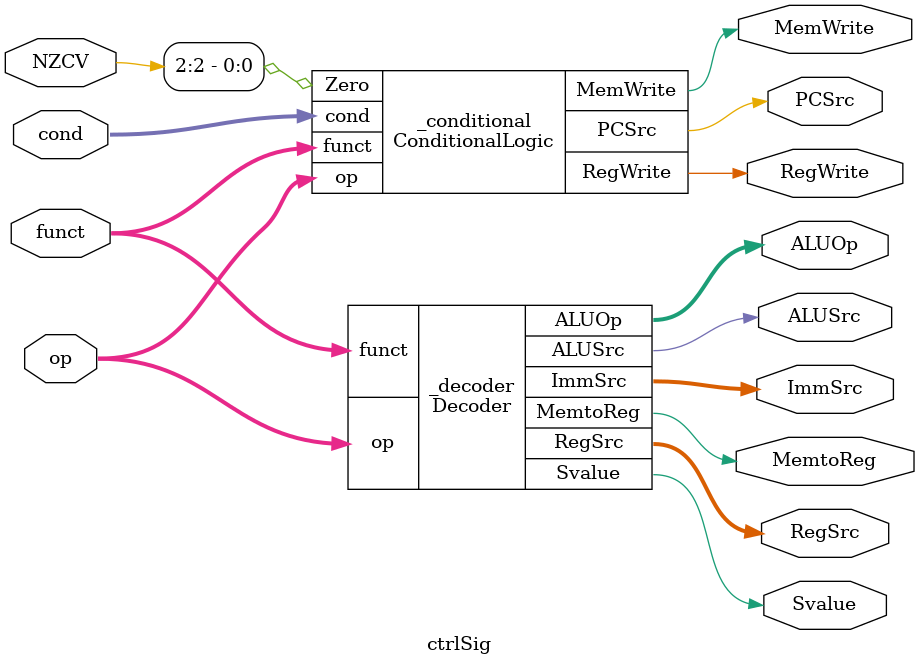
<source format=v>
module Decoder(
	input[1:0] op,
	input[5:0] funct,
	output reg MemtoReg,
	output reg ALUSrc,
	output reg[1:0] ImmSrc,
	output reg[1:0] RegSrc,
	output reg[3:0] ALUOp,
	output reg Svalue
	);
	
	always @(*)
	begin
		case (op)
			2'b00: // Data Processing Type
			begin
				MemtoReg = (funct[4:1] == 4'b1010) ? 1'bx : 1'b0; // CMP
				ALUOp = funct[4:1];
				Svalue = funct[0];
				
				if(funct[5] == 1'b1)
				begin
					ALUSrc = 1'b1;
					ImmSrc = 2'b00;  
					RegSrc = (funct[4:1] == 4'b1101) ? 2'bxx : 2'bx0; // MOV
				end
				else
				begin
					ALUSrc = 1'b0;
					ImmSrc = 2'bxx;
					RegSrc = (funct[4:1] == 4'b1101) ? 2'b0x : 2'b00; // MOV
				end
			end
			
			2'b01: // LDR, STR
			begin
				
				MemtoReg = (funct[0] == 1'b1) ? 1'b1 : 1'bx;
				ALUOp = (funct[3] == 1'b1) ? 4'b0100 : 4'b0010;
				Svalue = 1'b0;
				
				if(funct[5] == 1'b0) // Immediate
				begin
					ALUSrc = 1'b1;
					ImmSrc = 2'b01;
					RegSrc = 2'bx0;
				end
				else // Register
				begin
					ALUSrc = 1'b0;
					ImmSrc = 2'bxx;
					RegSrc = 2'b00;				
				end
			end
			
			2'b10: // Branch Type
			begin
				MemtoReg = 1'b0;
				ALUOp = 4'b0100;
				Svalue = 1'b0;
				ALUSrc = 1'b1;
				ImmSrc = 2'b10;
				RegSrc = 2'bx1;
			end
		endcase
	end
endmodule

module ConditionalLogic(
	input[1:0] op,
	input[5:0] funct,
	input[3:0] cond,
	input Zero,
	output reg PCSrc,
	output reg RegWrite,
	output reg MemWrite
	);
	
	reg condEx;
	
	always @(*)
	begin
		case(cond)
			4'b0000: condEx = (Zero == 1'b1) ? 1'b1 : 1'b0;
			4'b0001: condEx = (Zero == 1'b0) ? 1'b1 : 1'b0;
			4'b1110: condEx = 1'b1;
		endcase
	end
	
	always @(*)
	begin
		case(op)
			2'b00: // Data Processing Type
			begin
				PCSrc = 1'b0;
				MemWrite = 1'b0;
				if(condEx == 1'b1)
					RegWrite = (funct[4:1] == 4'b1010) ? 1'b0 : 1'b1; // CMP
				else
					RegWrite = 1'b0;
			end
			2'b01: // LDR, STR
			begin
				PCSrc = 1'b0;
				if(condEx == 1'b1)
				begin
					MemWrite = ~funct[0];
					RegWrite = funct[0];
				end
				else
				begin
					MemWrite = 1'b0;
					RegWrite = 1'b0;
				end
			end
			2'b10: // Branch
			begin
				MemWrite = 1'b0;
				
				if(condEx == 1'b1)
				begin
					PCSrc = 1'b1;
					RegWrite = (funct[4] == 1'b1) ? 1'b1 : 1'b0; // BL
				end
				else
				begin
					PCSrc = 1'b0;
					RegWrite = 1'b0;
				end
			end
		endcase
	end
endmodule

module ctrlSig(
	input[3:0] NZCV,
	input[3:0] cond,
	input[1:0] op,
	input[5:0] funct,
	output[3:0] ALUOp,
	output[1:0] ImmSrc,
	output[1:0] RegSrc,
	output PCSrc,
	output RegWrite,
	output MemWrite,
	output MemtoReg,
	output ALUSrc,
	output Svalue
	);

	Decoder _decoder(
		.op			(op),
		.funct		(funct),
		.MemtoReg	(MemtoReg),
		.ALUSrc		(ALUSrc),
		.ImmSrc		(ImmSrc),
		.RegSrc		(RegSrc),
		.ALUOp 		(ALUOp),
		.Svalue		(Svalue));
	ConditionalLogic _conditional(
		.op			(op),
		.funct		(funct),
		.cond		(cond),
		.Zero		(NZCV[2]),
		.PCSrc		(PCSrc),
		.RegWrite	(RegWrite),
		.MemWrite	(MemWrite));
endmodule
</source>
